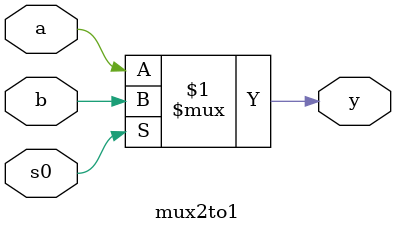
<source format=v>
module mux2to1 (
    input wire a,
    input wire b,
    input wire s0,
    output wire y
);

    assign y=s0 ? b : a;

endmodule
</source>
